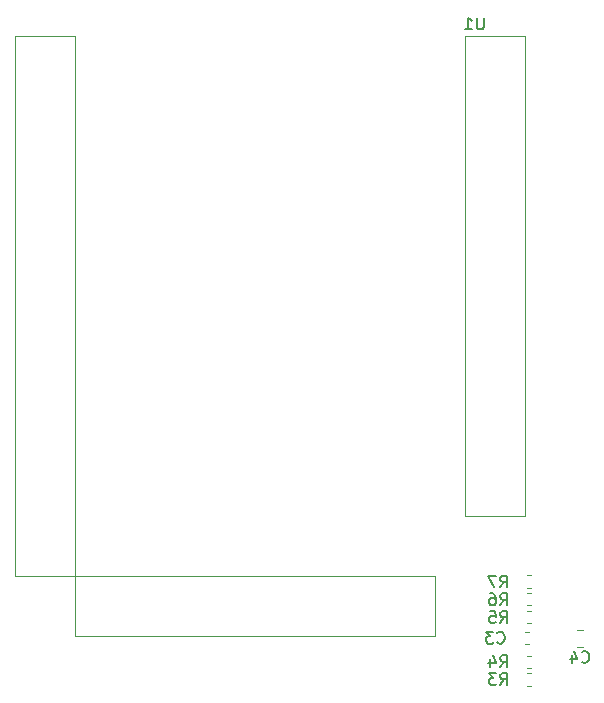
<source format=gbr>
G04 #@! TF.GenerationSoftware,KiCad,Pcbnew,(5.99.0-2378-g637571e0b-dirty)*
G04 #@! TF.CreationDate,2020-07-24T22:12:37+02:00*
G04 #@! TF.ProjectId,stm32f4_fpga,73746d33-3266-4345-9f66-7067612e6b69,rev?*
G04 #@! TF.SameCoordinates,Original*
G04 #@! TF.FileFunction,Legend,Bot*
G04 #@! TF.FilePolarity,Positive*
%FSLAX46Y46*%
G04 Gerber Fmt 4.6, Leading zero omitted, Abs format (unit mm)*
G04 Created by KiCad (PCBNEW (5.99.0-2378-g637571e0b-dirty)) date 2020-07-24 22:12:37*
%MOMM*%
%LPD*%
G01*
G04 APERTURE LIST*
%ADD10C,0.150000*%
%ADD11C,0.120000*%
G04 APERTURE END LIST*
D10*
X166416666Y-84357142D02*
X166464285Y-84404761D01*
X166607142Y-84452380D01*
X166702380Y-84452380D01*
X166845238Y-84404761D01*
X166940476Y-84309523D01*
X166988095Y-84214285D01*
X167035714Y-84023809D01*
X167035714Y-83880952D01*
X166988095Y-83690476D01*
X166940476Y-83595238D01*
X166845238Y-83500000D01*
X166702380Y-83452380D01*
X166607142Y-83452380D01*
X166464285Y-83500000D01*
X166416666Y-83547619D01*
X166083333Y-83452380D02*
X165464285Y-83452380D01*
X165797619Y-83833333D01*
X165654761Y-83833333D01*
X165559523Y-83880952D01*
X165511904Y-83928571D01*
X165464285Y-84023809D01*
X165464285Y-84261904D01*
X165511904Y-84357142D01*
X165559523Y-84404761D01*
X165654761Y-84452380D01*
X165940476Y-84452380D01*
X166035714Y-84404761D01*
X166083333Y-84357142D01*
X165261904Y-31452380D02*
X165261904Y-32261904D01*
X165214285Y-32357142D01*
X165166666Y-32404761D01*
X165071428Y-32452380D01*
X164880952Y-32452380D01*
X164785714Y-32404761D01*
X164738095Y-32357142D01*
X164690476Y-32261904D01*
X164690476Y-31452380D01*
X163690476Y-32452380D02*
X164261904Y-32452380D01*
X163976190Y-32452380D02*
X163976190Y-31452380D01*
X164071428Y-31595238D01*
X164166666Y-31690476D01*
X164261904Y-31738095D01*
X166666666Y-79702380D02*
X167000000Y-79226190D01*
X167238095Y-79702380D02*
X167238095Y-78702380D01*
X166857142Y-78702380D01*
X166761904Y-78750000D01*
X166714285Y-78797619D01*
X166666666Y-78892857D01*
X166666666Y-79035714D01*
X166714285Y-79130952D01*
X166761904Y-79178571D01*
X166857142Y-79226190D01*
X167238095Y-79226190D01*
X166333333Y-78702380D02*
X165666666Y-78702380D01*
X166095238Y-79702380D01*
X166666666Y-81202380D02*
X167000000Y-80726190D01*
X167238095Y-81202380D02*
X167238095Y-80202380D01*
X166857142Y-80202380D01*
X166761904Y-80250000D01*
X166714285Y-80297619D01*
X166666666Y-80392857D01*
X166666666Y-80535714D01*
X166714285Y-80630952D01*
X166761904Y-80678571D01*
X166857142Y-80726190D01*
X167238095Y-80726190D01*
X165809523Y-80202380D02*
X166000000Y-80202380D01*
X166095238Y-80250000D01*
X166142857Y-80297619D01*
X166238095Y-80440476D01*
X166285714Y-80630952D01*
X166285714Y-81011904D01*
X166238095Y-81107142D01*
X166190476Y-81154761D01*
X166095238Y-81202380D01*
X165904761Y-81202380D01*
X165809523Y-81154761D01*
X165761904Y-81107142D01*
X165714285Y-81011904D01*
X165714285Y-80773809D01*
X165761904Y-80678571D01*
X165809523Y-80630952D01*
X165904761Y-80583333D01*
X166095238Y-80583333D01*
X166190476Y-80630952D01*
X166238095Y-80678571D01*
X166285714Y-80773809D01*
X166666666Y-82702380D02*
X167000000Y-82226190D01*
X167238095Y-82702380D02*
X167238095Y-81702380D01*
X166857142Y-81702380D01*
X166761904Y-81750000D01*
X166714285Y-81797619D01*
X166666666Y-81892857D01*
X166666666Y-82035714D01*
X166714285Y-82130952D01*
X166761904Y-82178571D01*
X166857142Y-82226190D01*
X167238095Y-82226190D01*
X165761904Y-81702380D02*
X166238095Y-81702380D01*
X166285714Y-82178571D01*
X166238095Y-82130952D01*
X166142857Y-82083333D01*
X165904761Y-82083333D01*
X165809523Y-82130952D01*
X165761904Y-82178571D01*
X165714285Y-82273809D01*
X165714285Y-82511904D01*
X165761904Y-82607142D01*
X165809523Y-82654761D01*
X165904761Y-82702380D01*
X166142857Y-82702380D01*
X166238095Y-82654761D01*
X166285714Y-82607142D01*
X166666666Y-86452380D02*
X167000000Y-85976190D01*
X167238095Y-86452380D02*
X167238095Y-85452380D01*
X166857142Y-85452380D01*
X166761904Y-85500000D01*
X166714285Y-85547619D01*
X166666666Y-85642857D01*
X166666666Y-85785714D01*
X166714285Y-85880952D01*
X166761904Y-85928571D01*
X166857142Y-85976190D01*
X167238095Y-85976190D01*
X165809523Y-85785714D02*
X165809523Y-86452380D01*
X166047619Y-85404761D02*
X166285714Y-86119047D01*
X165666666Y-86119047D01*
X166666666Y-87952380D02*
X167000000Y-87476190D01*
X167238095Y-87952380D02*
X167238095Y-86952380D01*
X166857142Y-86952380D01*
X166761904Y-87000000D01*
X166714285Y-87047619D01*
X166666666Y-87142857D01*
X166666666Y-87285714D01*
X166714285Y-87380952D01*
X166761904Y-87428571D01*
X166857142Y-87476190D01*
X167238095Y-87476190D01*
X166333333Y-86952380D02*
X165714285Y-86952380D01*
X166047619Y-87333333D01*
X165904761Y-87333333D01*
X165809523Y-87380952D01*
X165761904Y-87428571D01*
X165714285Y-87523809D01*
X165714285Y-87761904D01*
X165761904Y-87857142D01*
X165809523Y-87904761D01*
X165904761Y-87952380D01*
X166190476Y-87952380D01*
X166285714Y-87904761D01*
X166333333Y-87857142D01*
X173566666Y-86007142D02*
X173614285Y-86054761D01*
X173757142Y-86102380D01*
X173852380Y-86102380D01*
X173995238Y-86054761D01*
X174090476Y-85959523D01*
X174138095Y-85864285D01*
X174185714Y-85673809D01*
X174185714Y-85530952D01*
X174138095Y-85340476D01*
X174090476Y-85245238D01*
X173995238Y-85150000D01*
X173852380Y-85102380D01*
X173757142Y-85102380D01*
X173614285Y-85150000D01*
X173566666Y-85197619D01*
X172709523Y-85435714D02*
X172709523Y-86102380D01*
X172947619Y-85054761D02*
X173185714Y-85769047D01*
X172566666Y-85769047D01*
D11*
X169062779Y-84510000D02*
X168737221Y-84510000D01*
X169062779Y-83490000D02*
X168737221Y-83490000D01*
X125590000Y-33020000D02*
X130670000Y-33020000D01*
X130670000Y-33020000D02*
X130670000Y-78740000D01*
X130670000Y-78740000D02*
X125590000Y-78740000D01*
X125590000Y-78740000D02*
X125590000Y-33020000D01*
X163690000Y-33020000D02*
X168770000Y-33020000D01*
X168770000Y-33020000D02*
X168770000Y-73660000D01*
X168770000Y-73660000D02*
X163690000Y-73660000D01*
X163690000Y-73660000D02*
X163690000Y-33020000D01*
X130670000Y-78740000D02*
X130670000Y-83820000D01*
X130670000Y-83820000D02*
X161150000Y-83820000D01*
X161150000Y-83820000D02*
X161150000Y-78740000D01*
X161150000Y-78740000D02*
X130670000Y-78740000D01*
X168937221Y-78690000D02*
X169262779Y-78690000D01*
X168937221Y-79710000D02*
X169262779Y-79710000D01*
X168937221Y-80190000D02*
X169262779Y-80190000D01*
X168937221Y-81210000D02*
X169262779Y-81210000D01*
X168937221Y-81690000D02*
X169262779Y-81690000D01*
X168937221Y-82710000D02*
X169262779Y-82710000D01*
X168937221Y-85490000D02*
X169262779Y-85490000D01*
X168937221Y-86510000D02*
X169262779Y-86510000D01*
X168937221Y-86990000D02*
X169262779Y-86990000D01*
X168937221Y-88010000D02*
X169262779Y-88010000D01*
X173141422Y-83290000D02*
X173658578Y-83290000D01*
X173141422Y-84710000D02*
X173658578Y-84710000D01*
M02*

</source>
